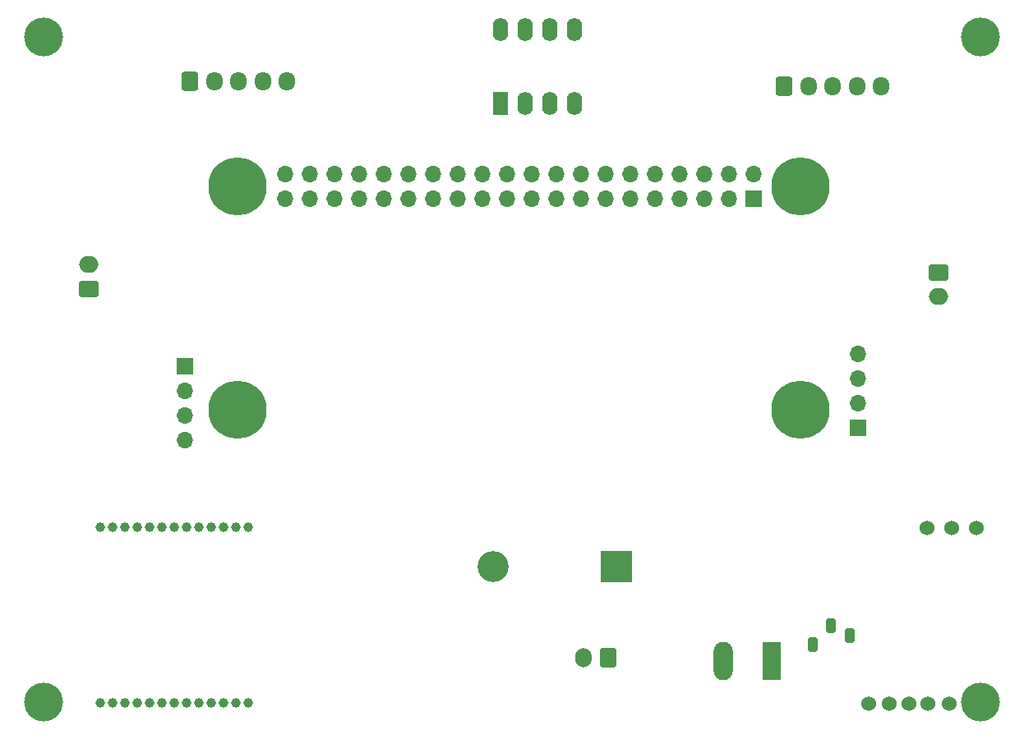
<source format=gbs>
%TF.GenerationSoftware,KiCad,Pcbnew,(6.0.6)*%
%TF.CreationDate,2022-07-27T09:36:36+09:00*%
%TF.ProjectId,arliss,61726c69-7373-42e6-9b69-6361645f7063,rev?*%
%TF.SameCoordinates,Original*%
%TF.FileFunction,Soldermask,Bot*%
%TF.FilePolarity,Negative*%
%FSLAX46Y46*%
G04 Gerber Fmt 4.6, Leading zero omitted, Abs format (unit mm)*
G04 Created by KiCad (PCBNEW (6.0.6)) date 2022-07-27 09:36:36*
%MOMM*%
%LPD*%
G01*
G04 APERTURE LIST*
G04 Aperture macros list*
%AMRoundRect*
0 Rectangle with rounded corners*
0 $1 Rounding radius*
0 $2 $3 $4 $5 $6 $7 $8 $9 X,Y pos of 4 corners*
0 Add a 4 corners polygon primitive as box body*
4,1,4,$2,$3,$4,$5,$6,$7,$8,$9,$2,$3,0*
0 Add four circle primitives for the rounded corners*
1,1,$1+$1,$2,$3*
1,1,$1+$1,$4,$5*
1,1,$1+$1,$6,$7*
1,1,$1+$1,$8,$9*
0 Add four rect primitives between the rounded corners*
20,1,$1+$1,$2,$3,$4,$5,0*
20,1,$1+$1,$4,$5,$6,$7,0*
20,1,$1+$1,$6,$7,$8,$9,0*
20,1,$1+$1,$8,$9,$2,$3,0*%
G04 Aperture macros list end*
%ADD10C,1.524000*%
%ADD11O,1.700000X1.700000*%
%ADD12R,1.700000X1.700000*%
%ADD13RoundRect,0.250000X0.250000X0.512000X-0.250000X0.512000X-0.250000X-0.512000X0.250000X-0.512000X0*%
%ADD14C,6.000000*%
%ADD15C,1.000000*%
%ADD16R,1.600000X2.400000*%
%ADD17O,1.600000X2.400000*%
%ADD18C,4.000000*%
%ADD19RoundRect,0.250000X-0.600000X-0.725000X0.600000X-0.725000X0.600000X0.725000X-0.600000X0.725000X0*%
%ADD20O,1.700000X1.950000*%
%ADD21O,3.200000X3.200000*%
%ADD22R,3.200000X3.200000*%
%ADD23O,2.000000X1.700000*%
%ADD24RoundRect,0.250000X-0.750000X0.600000X-0.750000X-0.600000X0.750000X-0.600000X0.750000X0.600000X0*%
%ADD25RoundRect,0.250000X0.750000X-0.600000X0.750000X0.600000X-0.750000X0.600000X-0.750000X-0.600000X0*%
%ADD26O,1.700000X2.000000*%
%ADD27RoundRect,0.250000X0.600000X0.750000X-0.600000X0.750000X-0.600000X-0.750000X0.600000X-0.750000X0*%
%ADD28O,1.980000X3.960000*%
%ADD29R,1.980000X3.960000*%
G04 APERTURE END LIST*
D10*
%TO.C,5VConv1*%
X169735000Y-104000000D03*
X172275000Y-104000000D03*
X174815000Y-104000000D03*
%TD*%
D11*
%TO.C,uart-i2c2*%
X93270000Y-94900000D03*
X93270000Y-92360000D03*
X93270000Y-89820000D03*
D12*
X93270000Y-87280000D03*
%TD*%
D11*
%TO.C,uart-i2c1*%
X162640000Y-86010000D03*
X162640000Y-88550000D03*
X162640000Y-91090000D03*
D12*
X162640000Y-93630000D03*
%TD*%
D13*
%TO.C,release_detect1*%
X161750000Y-115025000D03*
X159850000Y-114025000D03*
X157950000Y-116025000D03*
%TD*%
D14*
%TO.C,J1*%
X98725000Y-91755000D03*
X98725000Y-68755000D03*
X156725000Y-91755000D03*
X156725000Y-68755000D03*
D12*
X151855000Y-70025000D03*
D11*
X151855000Y-67485000D03*
X149315000Y-70025000D03*
X149315000Y-67485000D03*
X146775000Y-70025000D03*
X146775000Y-67485000D03*
X144235000Y-70025000D03*
X144235000Y-67485000D03*
X141695000Y-70025000D03*
X141695000Y-67485000D03*
X139155000Y-70025000D03*
X139155000Y-67485000D03*
X136615000Y-70025000D03*
X136615000Y-67485000D03*
X134075000Y-70025000D03*
X134075000Y-67485000D03*
X131535000Y-70025000D03*
X131535000Y-67485000D03*
X128995000Y-70025000D03*
X128995000Y-67485000D03*
X126455000Y-70025000D03*
X126455000Y-67485000D03*
X123915000Y-70025000D03*
X123915000Y-67485000D03*
X121375000Y-70025000D03*
X121375000Y-67485000D03*
X118835000Y-70025000D03*
X118835000Y-67485000D03*
X116295000Y-70025000D03*
X116295000Y-67485000D03*
X113755000Y-70025000D03*
X113755000Y-67485000D03*
X111215000Y-70025000D03*
X111215000Y-67485000D03*
X108675000Y-70025000D03*
X108675000Y-67485000D03*
X106135000Y-70025000D03*
X106135000Y-67485000D03*
X103595000Y-70025000D03*
X103595000Y-67485000D03*
%TD*%
D15*
%TO.C,com1*%
X99790000Y-122000000D03*
X98520000Y-122000000D03*
X97250000Y-122000000D03*
X95980000Y-122000000D03*
X94710000Y-122000000D03*
X93440000Y-122000000D03*
X92170000Y-122000000D03*
X90900000Y-122000000D03*
X89630000Y-122000000D03*
X88360000Y-122000000D03*
X87090000Y-122000000D03*
X85820000Y-122000000D03*
X84550000Y-122000000D03*
X84550000Y-103900000D03*
X85820000Y-103900000D03*
X87090000Y-103900000D03*
X88360000Y-103900000D03*
X89630000Y-103900000D03*
X90900000Y-103900000D03*
X92170000Y-103900000D03*
X93440000Y-103900000D03*
X94710000Y-103900000D03*
X95980000Y-103900000D03*
X97250000Y-103900000D03*
X98520000Y-103900000D03*
X99790000Y-103900000D03*
%TD*%
D16*
%TO.C,Balom1*%
X125810000Y-60185000D03*
D17*
X128350000Y-60185000D03*
X130890000Y-60185000D03*
X133430000Y-60185000D03*
X133430000Y-52565000D03*
X130890000Y-52565000D03*
X128350000Y-52565000D03*
X125810000Y-52565000D03*
%TD*%
D18*
%TO.C,REF\u002A\u002A*%
X78740000Y-53340000D03*
%TD*%
D19*
%TO.C,GPS_MAXB1*%
X93800000Y-57882500D03*
D20*
X96300000Y-57882500D03*
X98800000Y-57882500D03*
X101300000Y-57882500D03*
X103800000Y-57882500D03*
%TD*%
D21*
%TO.C,stranger1*%
X125060000Y-107990000D03*
D22*
X137760000Y-107990000D03*
%TD*%
D23*
%TO.C,Motor_L1*%
X170887500Y-80120000D03*
D24*
X170887500Y-77620000D03*
%TD*%
D10*
%TO.C,S1*%
X172000000Y-122100000D03*
X169850000Y-122100000D03*
X163700000Y-122100000D03*
X165850000Y-122100000D03*
X167850000Y-122100000D03*
%TD*%
D23*
%TO.C,Motor_R1*%
X83338500Y-76820400D03*
D25*
X83338500Y-79320400D03*
%TD*%
D26*
%TO.C,NiCr_Wire1*%
X134375000Y-117367500D03*
D27*
X136875000Y-117367500D03*
%TD*%
D20*
%TO.C,9axis1*%
X165020000Y-58412500D03*
X162520000Y-58412500D03*
X160020000Y-58412500D03*
X157520000Y-58412500D03*
D19*
X155020000Y-58412500D03*
%TD*%
D18*
%TO.C,REF\u002A\u002A*%
X78740000Y-121920000D03*
%TD*%
%TO.C,REF\u002A\u002A*%
X175260000Y-53340000D03*
%TD*%
D28*
%TO.C,J2*%
X148765000Y-117700000D03*
D29*
X153765000Y-117700000D03*
%TD*%
D18*
%TO.C,REF\u002A\u002A*%
X175260000Y-121920000D03*
%TD*%
M02*

</source>
